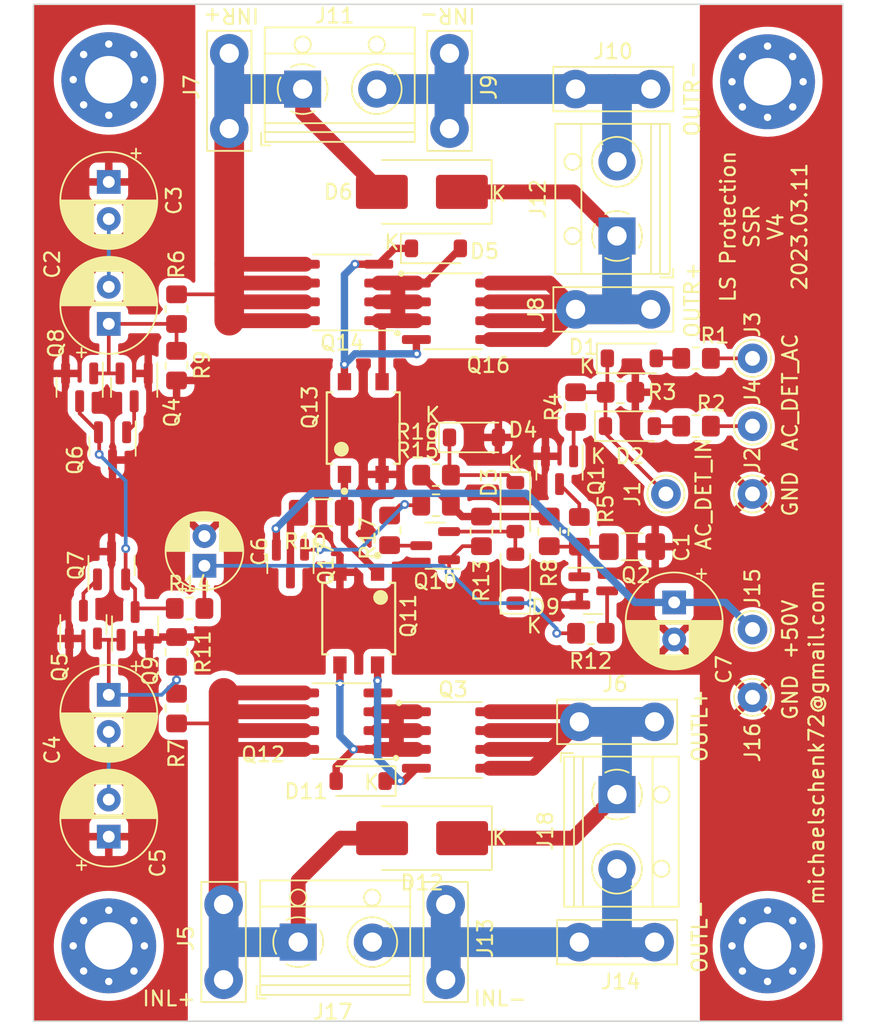
<source format=kicad_pcb>
(kicad_pcb (version 20221018) (generator pcbnew)
  (layers (0 "F.Cu" signal) (31 "B.Cu" signal) (34 "B.Paste" user) (35 "F.Paste" user) (36 "B.SilkS" user "B.Silkscreen") (37 "F.SilkS" user "F.Silkscreen") (38 "B.Mask" user) (39 "F.Mask" user) (44 "Edge.Cuts" user))
  (net 0 "")
  (net 1 "Net-(Q2-B)")
  (net 2 "Net-(Q4-E)")
  (net 3 "Net-(C2-Pad2)")
  (net 4 "Net-(Q5-E)")
  (net 5 "Net-(C4-Pad2)")
  (net 6 "GND")
  (net 7 "Net-(D9-K)")
  (net 8 "Net-(D1-K)")
  (net 9 "Net-(D1-A)")
  (net 10 "Net-(D2-A)")
  (net 11 "Net-(D3-K)")
  (net 12 "Net-(D3-A)")
  (net 13 "Net-(D11-K)")
  (net 14 "Net-(D11-A)")
  (net 15 "Net-(D12-A1)")
  (net 16 "Net-(J3-Pin_1)")
  (net 17 "Net-(J4-Pin_1)")
  (net 18 "INL+")
  (net 19 "INR+")
  (net 20 "Net-(D5-K)")
  (net 21 "Net-(J10-Pin_1)")
  (net 22 "Net-(J13-Pin_1)")
  (net 23 "Net-(J15-Pin_1)")
  (net 24 "Net-(Q1-B)")
  (net 25 "Net-(Q1-C)")
  (net 26 "Net-(Q2-C)")
  (net 27 "Net-(Q4-C)")
  (net 28 "Net-(Q5-C)")
  (net 29 "Net-(Q6-E)")
  (net 30 "Net-(Q10-C)")
  (net 31 "Net-(Q17-B)")
  (net 32 "Net-(Q17-C)")
  (net 33 "Net-(Q11-ANODE)")
  (net 34 "Net-(D5-A)")
  (net 35 "Net-(D6-A1)")
  (footprint "Resistor_SMD:R_0805_2012Metric_Pad1.20x1.40mm_HandSolder" (layer "F.Cu") (at 92.202 99.552 -90)
    (fp_text reference "R11")
    (fp_text value "22k")
  )
  (footprint "Diode_SMD:D_SOD-123" (layer "F.Cu") (at 112.268 85.09)
    (fp_text reference "D4")
    (fp_text value "MMSZ5245 (15V)")
  )
  (footprint "Resistor_SMD:R_0805_2012Metric_Pad1.20x1.40mm_HandSolder" (layer "F.Cu") (at 109.712 87.63)
    (fp_text reference "R16")
    (fp_text value "47k")
  )
  (footprint "Package_TO_SOT_SMD:SOT-23" (layer "F.Cu") (at 89.342 81.7095 -90)
    (fp_text reference "Q4")
    (fp_text value "MMBTA42")
  )
  (footprint "Resistor_SMD:R_0805_2012Metric_Pad1.20x1.40mm_HandSolder" (layer "F.Cu") (at 112.776 91.424 -90)
    (fp_text reference "R13")
    (fp_text value "220k")
  )
  (footprint "TerminalBlock_RND:TerminalBlock_RND_205-00012_1x02_P5.00mm_Horizontal" (layer "F.Cu") (at 121.92 71.501 90)
    (fp_text reference "J12")
    (fp_text value "OUTR")
  )
  (footprint "Resistor_SMD:R_0805_2012Metric_Pad1.20x1.40mm_HandSolder" (layer "F.Cu") (at 120.158 98.298)
    (fp_text reference "R12")
    (fp_text value "4.7k")
  )
  (footprint "Package_SO:SOIC-8_3.9x4.9mm_P1.27mm" (layer "F.Cu") (at 110.8598 76.581)
    (fp_text reference "Q16")
    (fp_text value "AOSP66920")
  )
  (footprint "kicad-snk:Vishay-VOM1271T-0-0-0" (layer "F.Cu") (at 104.8004 84.4558 90)
    (fp_text reference "Q13")
    (fp_text value "VOM1271T" hide)
  )
  (footprint "Diode_SMD:D_SOD-123" (layer "F.Cu") (at 109.7016 72.3392)
    (fp_text reference "D5")
    (fp_text value "MMSZ12T1G (12V)")
  )
  (footprint "Diode_SMD:D_SOD-123" (layer "F.Cu") (at 104.6236 108.264 180)
    (fp_text reference "D11")
    (fp_text value "MMSZ12T1G (12V)")
  )
  (footprint "kicad-snk:TE-726386-2_Pitch5.08mm_Drill1.3mm" (layer "F.Cu") (at 119.126 76.454)
    (fp_text reference "J8")
    (fp_text value "OUTR+")
  )
  (footprint "Diode_SMD:D_SMB_Handsoldering" (layer "F.Cu") (at 108.7552 68.5292 180)
    (fp_text reference "D6")
    (fp_text value "SMBJP6KE68CA")
  )
  (footprint "Resistor_SMD:R_0805_2012Metric_Pad1.20x1.40mm_HandSolder" (layer "F.Cu") (at 127.254 84.328 180)
    (fp_text reference "R2")
    (fp_text value "22k")
  )
  (footprint "Package_TO_SOT_SMD:SOT-23" (layer "F.Cu") (at 87.884 85.6765 -90)
    (fp_text reference "Q6")
    (fp_text value "MMBTA92")
  )
  (footprint "Resistor_SMD:R_0805_2012Metric_Pad1.20x1.40mm_HandSolder" (layer "F.Cu") (at 93.0816 96.6216)
    (fp_text reference "R14")
    (fp_text value "10R")
  )
  (footprint "Package_SO:SOIC-8_3.9x4.9mm_P1.27mm" (layer "F.Cu") (at 103.319 104.2254 180)
    (fp_text reference "Q12")
    (fp_text value "AOSP66920")
  )
  (footprint "Capacitor_THT:CP_Radial_D6.3mm_P2.50mm" (layer "F.Cu") (at 87.63 67.858 -90)
    (fp_text reference "C3")
    (fp_text value "47uF/50V")
  )
  (footprint "Connector_Pin:Pin_D1.0mm_L10.0mm" (layer "F.Cu") (at 131.064 88.9 -90)
    (fp_text reference "J2")
    (fp_text value "AC_DET_GND")
  )
  (footprint "kicad-snk:TE-726386-2_Pitch5.08mm_Drill1.3mm" (layer "F.Cu") (at 119.38 119.129055)
    (fp_text reference "J14")
    (fp_text value "OUTL-")
  )
  (footprint "Capacitor_THT:CP_Radial_D6.3mm_P2.50mm" (layer "F.Cu") (at 125.7808 96.2152 -90)
    (fp_text reference "C7")
    (fp_text value "10uF/100V")
  )
  (footprint "Connector_Pin:Pin_D1.0mm_L10.0mm" (layer "F.Cu") (at 131.064 84.328 90)
    (fp_text reference "J4")
    (fp_text value "AC_DET_AC")
  )
  (footprint "Package_TO_SOT_SMD:SOT-23" (layer "F.Cu") (at 99.888 93.5967 -90)
    (fp_text reference "Q17")
    (fp_text value "MMBTA92")
  )
  (footprint "Connector_Pin:Pin_D1.0mm_L10.0mm" (layer "F.Cu") (at 125.222 88.9 -90)
    (fp_text reference "J1")
    (fp_text value "AC_DET_IN")
  )
  (footprint "Resistor_SMD:R_0805_2012Metric_Pad1.20x1.40mm_HandSolder" (layer "F.Cu") (at 117.348 91.424 -90)
    (fp_text reference "R8")
    (fp_text value "100k")
  )
  (footprint "TerminalBlock_RND:TerminalBlock_RND_205-00012_1x02_P5.00mm_Horizontal" (layer "F.Cu") (at 100.711 61.595)
    (fp_text reference "J11")
    (fp_text value "INR")
  )
  (footprint "Connector_Pin:Pin_D1.0mm_L10.0mm" (layer "F.Cu") (at 131.064 79.756 -90)
    (fp_text reference "J3")
    (fp_text value "AC_DET_AC")
  )
  (footprint "Connector_Pin:Pin_D1.0mm_L10.0mm" (layer "F.Cu") (at 131.064 102.616)
    (fp_text reference "J16")
    (fp_text value "GND")
  )
  (footprint "Package_SO:SOIC-8_3.9x4.9mm_P1.27mm" (layer "F.Cu") (at 103.3698 75.311 180)
    (fp_text reference "Q14")
    (fp_text value "AOSP66920")
  )
  (footprint "Resistor_SMD:R_1206_3216Metric_Pad1.30x1.75mm_HandSolder" (layer "F.Cu") (at 101.9804 90.17)
    (fp_text reference "R10")
    (fp_text value "1.62k/2W")
  )
  (footprint "TerminalBlock_RND:TerminalBlock_RND_205-00012_1x02_P5.00mm_Horizontal" (layer "F.Cu") (at 121.92 109.176055 -90)
    (fp_text reference "J18")
    (fp_text value "OUTL")
  )
  (footprint "kicad-snk:TE-726386-2_Pitch5.08mm_Drill1.3mm" (layer "F.Cu") (at 110.363 121.666 90)
    (fp_text reference "J13")
    (fp_text value "INL-")
  )
  (footprint "Package_TO_SOT_SMD:SOT-23" (layer "F.Cu") (at 85.918 97.7115 90)
    (fp_text reference "Q5")
    (fp_text value "MMBTA42")
  )
  (footprint "MountingHole:MountingHole_3.2mm_M3_Pad_Via" (layer "F.Cu") (at 87.63 60.96)
    (fp_text reference "MK1" hide)
    (fp_text value "Mounting_Hole_PAD")
  )
  (footprint "Package_TO_SOT_SMD:SOT-23" (layer "F.Cu") (at 118.044 87.2975 -90)
    (fp_text reference "Q1")
    (fp_text value "MMBTA42")
  )
  (footprint "kicad-snk:TE-726386-2_Pitch5.08mm_Drill1.3mm" (layer "F.Cu") (at 119.126 61.595)
    (fp_text reference "J10")
    (fp_text value "OUTR-")
  )
  (footprint "Package_TO_SOT_SMD:SOT-23" (layer "F.Cu") (at 120.3175 95.438)
    (fp_text reference "Q2")
    (fp_text value "MMBTA42")
  )
  (footprint "TerminalBlock_RND:TerminalBlock_RND_205-00012_1x02_P5.00mm_Horizontal" (layer "F.Cu") (at 100.41 119.126)
    (fp_text reference "J17")
    (fp_text value "INL")
  )
  (footprint "Resistor_SMD:R_0805_2012Metric_Pad1.20x1.40mm_HandSolder" (layer "F.Cu") (at 92.202 76.438 -90)
    (fp_text reference "R6")
    (fp_text value "47k")
  )
  (footprint "kicad-snk:TE-726386-2_Pitch5.08mm_Drill1.3mm" (layer "F.Cu") (at 119.38 104.270055)
    (fp_text reference "J6")
    (fp_text value "OUTL+")
  )
  (footprint "MountingHole:MountingHole_3.2mm_M3_Pad_Via" (layer "F.Cu") (at 132.08 61.1)
    (fp_text reference "MK4" hide)
    (fp_text value "Mounting_Hole_PAD")
  )
  (footprint "Capacitor_THT:CP_Radial_D6.3mm_P2.50mm" (layer "F.Cu") (at 87.63 77.43 90)
    (fp_text reference "C2")
    (fp_text value "47uF/50V")
  )
  (footprint "Capacitor_THT:CP_Radial_D5.0mm_P2.00mm" (layer "F.Cu") (at 94.0816 93.7448 90)
    (fp_text reference "C6")
    (fp_text value "22uF/50V")
  )
  (footprint "Diode_SMD:D_SOD-123" (layer "F.Cu") (at 122.92 79.756)
    (fp_text reference "D1")
    (fp_text value "1N914")
  )
  (footprint "Resistor_SMD:R_0805_2012Metric_Pad1.20x1.40mm_HandSolder" (layer "F.Cu") (at 119.126 83.042 -90)
    (fp_text reference "R4")
    (fp_text value "100R")
  )
  (footprint "kicad-snk:TE-726386-2_Pitch5.08mm_Drill1.3mm" (layer "F.Cu") (at 95.758 64.262 90)
    (fp_text reference "J7")
    (fp_text value "INR+")
  )
  (footprint "Capacitor_SMD:C_1206_3216Metric_Pad1.33x1.80mm_HandSolder" (layer "F.Cu") (at 122.936 92.456)
    (fp_text reference "C1")
    (fp_text value "470nF")
  )
  (footprint "Diode_SMD:D_SOD-123" (layer "F.Cu") (at 115.062 94.616 90)
    (fp_text reference "D9")
    (fp_text value "MMSZ5232BT1G (5.6V)")
  )
  (footprint "Resistor_SMD:R_0805_2012Metric_Pad1.20x1.40mm_HandSolder" (layer "F.Cu") (at 119.38 91.456 90)
    (fp_text reference "R5")
    (fp_text value "100R")
  )
  (footprint "Connector_Pin:Pin_D1.0mm_L10.0mm" (layer "F.Cu") (at 131.064 98.044)
    (fp_text reference "J15")
    (fp_text value "+50V")
  )
  (footprint "Resistor_SMD:R_0805_2012Metric_Pad1.20x1.40mm_HandSolder" (layer "F.Cu") (at 122.158 82.042 180)
    (fp_text reference "R3")
    (fp_text value "10k")
  )
  (footprint "Resistor_SMD:R_0805_2012Metric_Pad1.20x1.40mm_HandSolder" (layer "F.Cu") (at 109.712 89.662 180)
    (fp_text reference "R15")
    (fp_text value "6.8k")
  )
  (footprint "Package_TO_SOT_SMD:SOT-23" (layer "F.Cu") (at 89.408 97.799863 90)
    (fp_text reference "Q9")
    (fp_text value "MMBTA42")
  )
  (footprint "Diode_SMD:D_SOD-123" (layer "F.Cu") (at 115.062 89.788 -90)
    (fp_text reference "D3")
    (fp_text value "1N914")
  )
  (footprint "kicad-snk:TE-726386-2_Pitch5.08mm_Drill1.3mm" (layer "F.Cu") (at 110.617 64.262 90)
    (fp_text reference "J9")
    (fp_text value "INR-")
  )
  (footprint "kicad-snk:TE-726386-2_Pitch5.08mm_Drill1.3mm" (layer "F.Cu") (at 95.377 121.666 90)
    (fp_text reference "J5")
    (fp_text value "INL+")
  )
  (footprint "Capacitor_THT:CP_Radial_D6.3mm_P2.50mm" (layer "F.Cu") (at 87.63 102.449621 -90)
    (fp_text reference "C4")
    (fp_text value "47uF/50V")
  )
  (footprint "Package_TO_SOT_SMD:SOT-23" (layer "F.Cu") (at 109.6495 92.39 180)
    (fp_text reference "Q10")
    (fp_text value "MMBTA42")
  )
  (footprint "Resistor_SMD:R_0805_2012Metric_Pad1.20x1.40mm_HandSolder" (layer "F.Cu") (at 106.5784 91.3544 -90)
    (fp_text reference "R17")
    (fp_text value "22k")
  )
  (footprint "Diode_SMD:D_SMB_Handsoldering" (layer "F.Cu") (at 108.7704 112.1156 180)
    (fp_text reference "D12")
    (fp_text value "SMBJP6KE68CA")
  )
  (footprint "Resistor_SMD:R_0805_2012Metric_Pad1.20x1.40mm_HandSolder" (layer "F.Cu") (at 92.202 103.378 90)
    (fp_text reference "R7")
    (fp_text value "47k")
  )
  (footprint "Resistor_SMD:R_0805_2012Metric_Pad1.20x1.40mm_HandSolder" (layer "F.Cu") (at 92.202 80.248 90)
    (fp_text reference "R9")
    (fp_text value "22k")
  )
  (footprint "Package_TO_SOT_SMD:SOT-23" (layer "F.Cu") (at 85.664 81.7095 -90)
    (fp_text reference "Q8")
    (fp_text value "MMBTA42")
  )
  (footprint "Package_SO:SOIC-8_3.9x4.9mm_P1.27mm" (layer "F.Cu") (at 110.8598 105.4954)
    (fp_text reference "Q3")
    (fp_text value "AOSP66920")
  )
  (footprint "Capacitor_THT:CP_Radial_D6.3mm_P2.50mm" (layer "F.Cu") (at 87.63 112.014001 90)
    (fp_text reference "C5")
    (fp_text value "47uF/50V")
  )
  (footprint "Resistor_SMD:R_0805_2012Metric_Pad1.20x1.40mm_HandSolder" (layer "F.Cu") (at 127.254 79.756 180)
    (fp_text reference "R1")
    (fp_text value "22k")
  )
  (footprint "Package_TO_SOT_SMD:SOT-23" (layer "F.Cu") (at 87.818 93.726 90)
    (fp_text reference "Q7")
    (fp_text value "MMBTA92")
  )
  (footprint "kicad-snk:Vishay-VOM1271T-0-0-0" (layer "F.Cu") (at 104.4956 97.3066 -90)
    (fp_text reference "Q11")
    (fp_text value "VOM1271T" hide)
  )
  (footprint "MountingHole:MountingHole_3.2mm_M3_Pad_Via" (layer "F.Cu") (at 132.08 119.38)
    (fp_text reference "MK3" hide)
    (fp_text value "Mounting_Hole_PAD")
  )
  (footprint "MountingHole:MountingHole_3.2mm_M3_Pad_Via" (layer "F.Cu") (at 87.63 119.38)
    (fp_text reference "MK2" hide)
    (fp_text value "Mounting_Hole_PAD")
  )
  (footprint "Diode_SMD:D_SOD-123" (layer "F.Cu") (at 122.792 84.328)
    (fp_text reference "D2")
    (fp_text value "1N914")
  )
  (gr_rect (start 82.55 55.88) (end 137.16 124.46) (stroke (width 0.1)) (fill none) (layer "Edge.Cuts"))
  (gr_text "K" (at 106.7308 71.9328) (layer "F.SilkS") (effects (font (size 1 1))))
  (gr_text "°" (at 106.8832 75.0316) (layer "F.SilkS") (effects (font (size 1 1)) (justify left bottom)))
  (gr_text "K" (at 113.9444 68.6816) (layer "F.SilkS") (effects (font (size 1 1))))
  (gr_text "INL-" (at 114.046 122.936) (layer "F.SilkS") (effects (font (size 1 1))))
  (gr_text "OUTL-" (at 127.508 118.748055 90) (layer "F.SilkS") (effects (font (size 1 1))))
  (gr_text "OUTR-" (at 127 62.23 90) (layer "F.SilkS") (effects (font (size 1 1))))
  (gr_text "+50V" (at 133.604 98.044 90) (layer "F.SilkS") (effects (font (size 1 1))))
  (gr_text "AC_DET_IN" (at 127.762 88.9 90) (layer "F.SilkS") (effects (font (size 1 1))))
  (gr_text "°" (at 106.5276 107.696) (layer "F.SilkS") (effects (font (size 1 1)) (justify left bottom)))
  (gr_text "OUTR+" (at 127 75.819 90) (layer "F.SilkS") (effects (font (size 1 1))))
  (gr_text "GND" (at 133.604 102.616 90) (layer "F.SilkS") (effects (font (size 1 1))))
  (gr_text "INR-" (at 110.49 56.642 180) (layer "F.SilkS") (effects (font (size 1 1))))
  (gr_text "K" (at 105.3592 108.3564) (layer "F.SilkS") (effects (font (size 1 1))))
  (gr_text "K" (at 109.474 83.566) (layer "F.SilkS") (effects (font (size 1 1))))
  (gr_text "AC_DET_AC" (at 133.604 82.042 90) (layer "F.SilkS") (effects (font (size 1 1))))
  (gr_text "°" (at 106.7308 103.9876) (layer "F.SilkS") (effects (font (size 1 1)) (justify left bottom)))
  (gr_text "LS Protection\nSSR\nV4\n2023.03.11" (at 131.826 70.866 90) (layer "F.SilkS") (effects (font (size 1 1))))
  (gr_text "K" (at 113.9952 112.0648) (layer "F.SilkS") (effects (font (size 1 1))))
  (gr_text "K" (at 116.332 97.79) (layer "F.SilkS") (effects (font (size 1 1))))
  (gr_text "K" (at 120.65 86.36) (layer "F.SilkS") (effects (font (size 1 1))))
  (gr_text "michaelschenk72@gmail.com" (at 135.382 105.664 90) (layer "F.SilkS") (effects (font (size 1 1))))
  (gr_text "INR+" (at 95.885 56.642 180) (layer "F.SilkS") (effects (font (size 1 1))))
  (gr_text "°" (at 106.6292 79.0448) (layer "F.SilkS") (effects (font (size 1 1)) (justify left bottom)))
  (gr_text "GND" (at 133.604 88.9 90) (layer "F.SilkS") (effects (font (size 1 1))))
  (gr_text "INL+" (at 91.694 122.936) (layer "F.SilkS") (effects (font (size 1 1))))
  (gr_text "K" (at 119.888 80.264) (layer "F.SilkS") (effects (font (size 1 1))))
  (gr_text "OUTL+" (at 127.508 104.524055 90) (layer "F.SilkS") (effects (font (size 1 1))))
  (gr_text "K" (at 115.062 86.868) (layer "F.SilkS") (effects (font (size 1 1))))
  (segment (start 119.38 92.456) (end 117.38 92.456) (width 0.25) (layer "F.Cu") (net 1))
  (segment (start 119.38 92.456) (end 121.3735 92.456) (width 0.25) (layer "F.Cu") (net 1))
  (segment (start 119.38 94.488) (end 119.38 92.456) (width 0.25) (layer "F.Cu") (net 1))
  (segment (start 88.392 80.772) (end 87.63 80.772) (width 0.25) (layer "F.Cu") (net 2))
  (segment (start 92.194 77.43) (end 87.63 77.43) (width 0.25) (layer "F.Cu") (net 2))
  (segment (start 87.63 77.43) (end 87.63 80.772) (width 0.25) (layer "F.Cu") (net 2))
  (segment (start 87.63 80.772) (end 86.614 80.772) (width 0.25) (layer "F.Cu") (net 2))
  (segment (start 92.202 77.438) (end 92.202 79.248) (width 0.25) (layer "F.Cu") (net 2))
  (segment (start 87.63 74.93) (end 87.63 70.358) (width 0.25) (layer "B.Cu") (net 3))
  (segment (start 87.63 102.449621) (end 87.63 98.806) (width 0.25) (layer "F.Cu") (net 4))
  (segment (start 87.561363 98.737363) (end 86.956363 98.737363) (width 0.25) (layer "F.Cu") (net 4))
  (segment (start 92.202 101.4476) (end 92.202 100.552) (width 0.25) (layer "F.Cu") (net 4))
  (segment (start 92.202 102.378) (end 92.202 101.4476) (width 0.25) (layer "F.Cu") (net 4))
  (segment (start 87.63 98.806) (end 87.561363 98.737363) (width 0.25) (layer "F.Cu") (net 4))
  (segment (start 88.458 98.737363) (end 87.561363 98.737363) (width 0.25) (layer "F.Cu") (net 4))
  (via (at 92.202 101.4476) (size 0.6) (drill 0.3) (layers "F.Cu" "B.Cu") (net 4))
  (segment (start 92.202 101.4476) (end 91.199979 102.449621) (width 0.25) (layer "B.Cu") (net 4))
  (segment (start 91.199979 102.449621) (end 87.63 102.449621) (width 0.25) (layer "B.Cu") (net 4))
  (segment (start 87.63 109.514001) (end 87.63 104.949621) (width 0.25) (layer "B.Cu") (net 5))
  (segment (start 119.158 98.298) (end 117.856 98.298) (width 0.25) (layer "F.Cu") (net 7))
  (segment (start 110.587 93.34) (end 111.503 92.424) (width 0.25) (layer "F.Cu") (net 7))
  (segment (start 111.503 92.424) (end 112.776 92.424) (width 0.25) (layer "F.Cu") (net 7))
  (segment (start 110.5916 94.1324) (end 110.5916 93.3446) (width 0.25) (layer "F.Cu") (net 7))
  (segment (start 94.0816 96.6216) (end 94.0816 93.7448) (width 0.25) (layer "F.Cu") (net 7))
  (segment (start 116.1288 96.266) (end 115.062 96.266) (width 0.25) (layer "F.Cu") (net 7))
  (via (at 117.856 98.298) (size 0.6) (drill 0.3) (layers "F.Cu" "B.Cu") (net 7))
  (via (at 110.5916 94.1324) (size 0.6) (drill 0.3) (layers "F.Cu" "B.Cu") (net 7))
  (via (at 116.1288 96.266) (size 0.6) (drill 0.3) (layers "F.Cu" "B.Cu") (net 7))
  (segment (start 116.1288 96.266) (end 112.7252 96.266) (width 0.25) (layer "B.Cu") (net 7))
  (segment (start 112.7252 96.266) (end 110.5916 94.1324) (width 0.25) (layer "B.Cu") (net 7))
  (segment (start 117.856 97.9932) (end 116.1288 96.266) (width 0.25) (layer "B.Cu") (net 7))
  (segment (start 110.204 93.7448) (end 110.5916 94.1324) (width 0.25) (layer "B.Cu") (net 7))
  (segment (start 94.0816 93.7448) (end 110.204 93.7448) (width 0.25) (layer "B.Cu") (net 7))
  (segment (start 117.856 98.298) (end 117.856 97.9932) (width 0.25) (layer "B.Cu") (net 7))
  (segment (start 121.142 84.82) (end 121.142 84.328) (width 0.25) (layer "F.Cu") (net 8))
  (segment (start 121.142 84.328) (end 121.142 82.058) (width 0.25) (layer "F.Cu") (net 8))
  (segment (start 121.158 82.042) (end 119.126 82.042) (width 0.25) (layer "F.Cu") (net 8))
  (segment (start 121.27 79.756) (end 121.27 81.93) (width 0.25) (layer "F.Cu") (net 8))
  (segment (start 125.222 88.9) (end 121.142 84.82) (width 0.25) (layer "F.Cu") (net 8))
  (segment (start 124.57 79.756) (end 126.254 79.756) (width 0.25) (layer "F.Cu") (net 9))
  (segment (start 124.442 84.328) (end 126.254 84.328) (width 0.25) (layer "F.Cu") (net 10))
  (segment (start 114.554 87.63) (end 115.062 88.138) (width 0.25) (layer "F.Cu") (net 11))
  (segment (start 110.618 87.536) (end 110.618 85.09) (width 0.25) (layer "F.Cu") (net 11))
  (segment (start 110.712 87.63) (end 114.554 87.63) (width 0.25) (layer "F.Cu") (net 11))
  (segment (start 115.062 91.438) (end 110.589 91.438) (width 0.25) (layer "F.Cu") (net 12))
  (segment (start 115.062 92.966) (end 115.062 91.438) (width 0.25) (layer "F.Cu") (net 12))
  (segment (start 107.2804 108.264) (end 107.2896 108.2548) (width 0.5) (layer "F.Cu") (net 13))
  (segment (start 107.2988 108.264) (end 107.5212 108.264) (width 0.5) (layer "F.Cu") (net 13))
  (segment (start 107.2896 108.2548) (end 107.2988 108.264) (width 0.5) (layer "F.Cu") (net 13))
  (segment (start 106.2736 108.264) (end 107.2804 108.264) (width 0.5) (layer "F.Cu") (net 13))
  (segment (start 107.5212 108.264) (end 108.3848 107.4004) (width 0.5) (layer "F.Cu") (net 13))
  (segment (start 105.7656 101.4984) (end 105.7656 102.292) (width 0.5) (layer "F.Cu") (net 13))
  (segment (start 105.7656 100.4316) (end 105.7656 101.4984) (width 0.5) (layer "F.Cu") (net 13))
  (via (at 107.2896 108.2548) (size 0.6) (drill 0.3) (layers "F.Cu" "B.Cu") (net 13))
  (via (at 105.7656 101.4984) (size 0.6) (drill 0.3) (layers "F.Cu" "B.Cu") (net 13))
  (segment (start 105.7656 101.4984) (end 105.7656 106.7308) (width 0.5) (layer "B.Cu") (net 13))
  (segment (start 105.7656 106.7308) (end 107.2896 108.2548) (width 0.5) (layer "B.Cu") (net 13))
  (segment (start 107.0356 103.5904) (end 107.0356 106.1304) (width 1) (layer "F.Cu") (net 14))
  (segment (start 107.0356 106.1304) (end 108.3848 106.1304) (width 1) (layer "F.Cu") (net 14))
  (segment (start 104.14 106.1212) (end 105.7848 106.1212) (width 0.5) (layer "F.Cu") (net 14))
  (segment (start 102.9736 108.264) (end 102.9736 107.2876) (width 0.5) (layer "F.Cu") (net 14))
  (segment (start 107.0356 103.5904) (end 108.3848 103.5904) (width 1) (layer "F.Cu") (net 14))
  (segment (start 102.9736 107.2876) (end 104.14 106.1212) (width 0.5) (layer "F.Cu") (net 14))
  (segment (start 105.794 106.1304) (end 107.0356 106.1304) (width 1) (layer "F.Cu") (net 14))
  (segment (start 103.2256 100.4316) (end 103.2256 101.7016) (width 0.5) (layer "F.Cu") (net 14))
  (segment (start 105.794 103.5904) (end 107.0356 103.5904) (width 1) (layer "F.Cu") (net 14))
  (segment (start 105.794 104.8604) (end 108.3848 104.8604) (width 1) (layer "F.Cu") (net 14))
  (via (at 104.14 106.1212) (size 0.6) (drill 0.3) (layers "F.Cu" "B.Cu") (net 14))
  (via (at 103.2256 101.7016) (size 0.6) (drill 0.3) (layers "F.Cu" "B.Cu") (net 14))
  (segment (start 103.2256 101.7016) (end 103.2256 105.2068) (width 0.5) (layer "B.Cu") (net 14))
  (segment (start 103.2256 105.2068) (end 104.14 106.1212) (width 0.5) (layer "B.Cu") (net 14))
  (segment (start 118.9736 112.1156) (end 111.4704 112.1156) (width 1) (layer "F.Cu") (net 15))
  (segment (start 119.38 104.270055) (end 121.92 104.270055) (width 2) (layer "F.Cu") (net 15))
  (segment (start 113.3348 104.8604) (end 118.789655 104.8604) (width 1) (layer "F.Cu") (net 15))
  (segment (start 113.3348 103.5904) (end 118.700345 103.5904) (width 1) (layer "F.Cu") (net 15))
  (segment (start 117.519655 106.1304) (end 119.38 104.270055) (width 1) (layer "F.Cu") (net 15))
  (segment (start 121.92 104.270055) (end 124.46 104.270055) (width 2) (layer "F.Cu") (net 15))
  (segment (start 121.92 109.176055) (end 121.92 104.270055) (width 2) (layer "F.Cu") (net 15))
  (segment (start 113.3348 106.1304) (end 117.519655 106.1304) (width 1) (layer "F.Cu") (net 15))
  (segment (start 113.3348 107.4004) (end 116.249655 107.4004) (width 1) (layer "F.Cu") (net 15))
  (segment (start 116.249655 107.4004) (end 119.38 104.270055) (width 1) (layer "F.Cu") (net 15))
  (segment (start 118.789655 104.8604) (end 119.38 104.270055) (width 1) (layer "F.Cu") (net 15))
  (segment (start 121.913145 109.176055) (end 118.9736 112.1156) (width 1) (layer "F.Cu") (net 15))
  (segment (start 118.700345 103.5904) (end 119.38 104.270055) (width 1) (layer "F.Cu") (net 15))
  (segment (start 121.92 104.394) (end 121.796055 104.270055) (width 2) (layer "B.Cu") (net 15))
  (segment (start 121.92 109.176055) (end 121.92 104.394) (width 2) (layer "B.Cu") (net 15))
  (segment (start 119.38 104.270055) (end 121.796055 104.270055) (width 2) (layer "B.Cu") (net 15))
  (segment (start 121.796055 104.270055) (end 124.46 104.270055) (width 2) (layer "B.Cu") (net 15))
  (segment (start 128.254 79.756) (end 131.064 79.756) (width 0.25) (layer "F.Cu") (net 16))
  (segment (start 128.254 84.328) (end 131.064 84.328) (width 0.25) (layer "F.Cu") (net 17))
  (segment (start 100.844 103.5904) (end 95.3862 103.5904) (width 1) (layer "F.Cu") (net 18))
  (segment (start 95.3862 103.5904) (end 95.377 103.5812) (width 1) (layer "F.Cu") (net 18))
  (segment (start 95.377 102.3296) (end 95.377 104.3432) (width 2) (layer "F.Cu") (net 18))
  (segment (start 100.844 106.1304) (end 95.4186 106.1304) (width 1) (layer "F.Cu") (net 18))
  (segment (start 95.377 104.3432) (end 95.377 116.586) (width 2) (layer "F.Cu") (net 18))
  (segment (start 95.3422 104.378) (end 95.377 104.3432) (width 0.25) (layer "F.Cu") (net 18))
  (segment (start 100.844 104.8604) (end 95.4186 104.8604) (width 1) (layer "F.Cu") (net 18))
  (segment (start 95.377 118.872) (end 95.377 121.666) (width 2) (layer "F.Cu") (net 18))
  (segment (start 100.41 114.982) (end 103.2764 112.1156) (width 1) (layer "F.Cu") (net 18))
  (segment (start 100.41 119.126) (end 100.41 114.982) (width 1) (layer "F.Cu") (net 18))
  (segment (start 103.2764 112.1156) (end 106.0704 112.1156) (width 1) (layer "F.Cu") (net 18))
  (segment (start 92.202 104.378) (end 95.3422 104.378) (width 0.25) (layer "F.Cu") (net 18))
  (segment (start 100.844 102.3204) (end 95.3862 102.3204) (width 1) (layer "F.Cu") (net 18))
  (segment (start 95.3862 102.3204) (end 95.377 102.3296) (width 2) (layer "F.Cu") (net 18))
  (segment (start 100.41 119.126) (end 95.631 119.126) (width 2) (layer "F.Cu") (net 18))
  (segment (start 95.631 119.126) (end 95.377 118.872) (width 2) (layer "F.Cu") (net 18))
  (segment (start 95.377 116.586) (end 95.377 118.872) (width 2) (layer "F.Cu") (net 18))
  (segment (start 95.377 119.634) (end 95.377 121.666) (width 2) (layer "B.Cu") (net 18))
  (segment (start 95.885 119.126) (end 95.377 119.634) (width 2) (layer "B.Cu") (net 18))
  (segment (start 95.377 116.586) (end 95.377 119.634) (width 2) (layer "B.Cu") (net 18))
  (segment (start 100.41 119.126) (end 95.885 119.126) (width 2) (layer "B.Cu") (net 18))
  (segment (start 95.758 64.262) (end 95.758 61.5696) (width 2) (layer "F.Cu") (net 19))
  (segment (start 100.8948 75.946) (end 95.758 75.946) (width 1) (layer "F.Cu") (net 19))
  (segment (start 100.8948 77.216) (end 95.758 77.216) (width 1) (layer "F.Cu") (net 19))
  (segment (start 92.202 75.438) (end 95.0468 75.438) (width 0.25) (layer "F.Cu") (net 19))
  (segment (start 100.711 61.595) (end 100.711 63.185) (width 1) (layer "F.Cu") (net 19))
  (segment (start 100.8948 73.406) (end 95.758 73.406) (width 1) (layer "F.Cu") (net 19))
  (segment (start 100.8948 74.676) (end 95.8088 74.676) (width 1) (layer "F.Cu") (net 19))
  (segment (start 95.758 64.262) (end 95.758 73.406) (width 2) (layer "F.Cu") (net 19))
  (segment (start 95.758 61.5696) (end 95.758 59.182) (width 2) (layer "F.Cu") (net 19))
  (segment (start 95.7834 61.595) (end 95.758 61.5696) (width 2) (layer "F.Cu") (net 19))
  (segment (start 100.711 61.595) (end 95.7834 61.595) (width 2) (layer "F.Cu") (net 19))
  (segment (start 95.758 75.946) (end 95.758 77.216) (width 2) (layer "F.Cu") (net 19))
  (segment (start 95.758 73.406) (end 95.758 74.7268) (width 2) (layer "F.Cu") (net 19))
  (segment (start 100.711 63.185) (end 106.0552 68.5292) (width 1) (layer "F.Cu") (net 19))
  (segment (start 95.758 74.7268) (end 95.758 75.946) (width 2) (layer "F.Cu") (net 19))
  (segment (start 95.8088 74.676) (end 95.758 74.7268) (width 1) (layer "F.Cu") (net 19))
  (segment (start 95.0468 75.438) (end 95.758 74.7268) (width 0.25) (layer "F.Cu") (net 19))
  (segment (start 95.885 61.595) (end 95.758 61.468) (width 2) (layer "B.Cu") (net 19))
  (segment (start 95.758 64.262) (end 95.758 61.468) (width 2) (layer "B.Cu") (net 19))
  (segment (start 95.758 61.468) (end 95.758 59.182) (width 2) (layer "B.Cu") (net 19))
  (segment (start 100.711 61.595) (end 95.885 61.595) (width 2) (layer "B.Cu") (net 19))
  (segment (start 103.5304 81.3308) (end 103.5304 80.1624) (width 0.5) (layer "F.Cu") (net 20))
  (segment (start 106.9116 72.3392) (end 105.8448 73.406) (width 0.5) (layer "F.Cu") (net 20))
  (segment (start 108.3848 79.4288) (end 108.4072 79.4512) (width 0.5) (layer "F.Cu") (net 20))
  (segment (start 108.3848 78.486) (end 108.3848 79.4288) (width 0.5) (layer "F.Cu") (net 20))
  (segment (start 104.2416 73.406) (end 105.8448 73.406) (width 0.5) (layer "F.Cu") (net 20))
  (segment (start 108.0516 72.3392) (end 106.9116 72.3392) (width 0.5) (layer "F.Cu") (net 20))
  (via (at 103.5304 80.1624) (size 0.6) (drill 0.3) (layers "F.Cu" "B.Cu") (net 20))
  (via (at 104.2416 73.406) (size 0.6) (drill 0.3) (layers "F.Cu" "B.Cu") (net 20))
  (via (at 108.4072 79.4512) (size 0.6) (drill 0.3) (layers "F.Cu" "B.Cu") (net 20))
  (segment (start 108.4072 79.4512) (end 104.2416 79.4512) (width 0.5) (layer "B.Cu") (net 20))
  (segment (start 103.5304 80.1624) (end 103.5304 74.1172) (width 0.5) (layer "B.Cu") (net 20))
  (segment (start 104.2416 79.4512) (end 103.5304 80.1624) (width 0.5) (layer "B.Cu") (net 20))
  (segment (start 103.5304 74.1172) (end 104.2416 73.406) (width 0.5) (layer "B.Cu") (net 20))
  (segment (start 105.711 61.595) (end 119.126 61.595) (width 2) (layer "F.Cu") (net 21))
  (segment (start 110.617 64.262) (end 110.617 59.182) (width 2) (layer "F.Cu") (net 21))
  (segment (start 124.206 61.595) (end 121.7676 61.595) (width 2) (layer "F.Cu") (net 21))
  (segment (start 121.92 66.501) (end 121.92 61.7474) (width 2) (layer "F.Cu") (net 21))
  (segment (start 121.7676 61.595) (end 119.126 61.595) (width 2) (layer "F.Cu") (net 21))
  (segment (start 121.92 61.7474) (end 121.7676 61.595) (width 2) (layer "F.Cu") (net 21))
  (segment (start 119.126 61.595) (end 110.998 61.595) (width 2) (layer "B.Cu") (net 21))
  (segment (start 105.711 61.595) (end 110.998 61.595) (width 2) (layer "B.Cu") (net 21))
  (segment (start 110.617 59.182) (end 110.617 61.976) (width 2) (layer "B.Cu") (net 21))
  (segment (start 121.92 66.501) (end 121.92 62.103) (width 2) (layer "B.Cu") (net 21))
  (segment (start 121.92 62.103) (end 121.412 61.595) (width 2) (layer "B.Cu") (net 21))
  (segment (start 110.617 61.976) (end 110.617 64.262) (width 2) (layer "B.Cu") (net 21))
  (segment (start 119.126 61.595) (end 121.412 61.595) (width 2) (layer "B.Cu") (net 21))
  (segment (start 110.998 61.595) (end 110.617 61.976) (width 2) (layer "B.Cu") (net 21))
  (segment (start 121.412 61.595) (end 124.206 61.595) (width 2) (layer "B.Cu") (net 21))
  (segment (start 119.38 119.129055) (end 121.92 119.129055) (width 2) (layer "F.Cu") (net 22))
  (segment (start 121.92 119.129055) (end 124.46 119.129055) (width 2) (layer "F.Cu") (net 22))
  (segment (start 105.41 119.126) (end 119.376945 119.126) (width 2) (layer "F.Cu") (net 22))
  (segment (start 121.92 114.176055) (end 121.92 119.129055) (width 2) (layer "F.Cu") (net 22))
  (segment (start 110.363 116.586) (end 110.363 121.666) (width 2) (layer "F.Cu") (net 22))
  (segment (start 122.555 119.129055) (end 119.38 119.129055) (width 2) (layer "B.Cu") (net 22))
  (segment (start 124.46 119.129055) (end 122.555 119.129055) (width 2) (layer "B.Cu") (net 22))
  (segment (start 110.366055 119.129055) (end 110.363 119.126) (width 2) (layer "B.Cu") (net 22))
  (segment (start 110.363 121.666) (end 110.363 119.126) (width 2) (layer "B.Cu") (net 22))
  (segment (start 119.38 119.129055) (end 110.366055 119.129055) (width 2) (layer "B.Cu") (net 22))
  (segment (start 121.92 114.176055) (end 121.92 118.494055) (width 2) (layer "B.Cu") (net 22))
  (segment (start 121.92 118.494055) (end 122.555 119.129055) (width 2) (layer "B.Cu") (net 22))
  (segment (start 110.363 119.126) (end 110.363 116.586) (width 2) (layer "B.Cu") (net 22))
  (segment (start 105.41 119.126) (end 110.363 119.126) (width 2) (layer "B.Cu") (net 22))
  (segment (start 111.474 90.424) (end 110.712 89.662) (width 0.5) (layer "F.Cu") (net 23))
  (segment (start 112.776 90.424) (end 111.474 90.424) (width 0.5) (layer "F.Cu") (net 23))
  (segment (start 98.938 91.2672) (end 98.9076 91.2368) (width 0.5) (layer "F.Cu") (net 23))
  (segment (start 117.348 90.424) (end 112.776 90.424) (width 0.5) (layer "F.Cu") (net 23))
  (segment (start 110.712 89.63) (end 108.712 87.63) (width 0.5) (layer "F.Cu") (net 23))
  (segment (start 98.938 92.6592) (end 98.938 91.2672) (width 0.5) (layer "F.Cu") (net 23))
  (segment (start 118.364 91.44) (end 117.348 90.424) (width 0.5) (layer "F.Cu") (net 23))
  (via (at 98.9076 91.2368) (size 0.6) (drill 0.3) (layers "F.Cu" "B.Cu") (net 23))
  (via (at 118.364 91.44) (size 0.6) (drill 0.3) (layers "F.Cu" "B.Cu") (net 23))
  (segment (start 125.7808 96.2152) (end 123.1392 96.2152) (width 0.5) (layer "B.Cu") (net 23))
  (segment (start 115.7852 88.8612) (end 118.364 91.44) (width 0.5) (layer "B.Cu") (net 23))
  (segment (start 123.1392 96.2152) (end 118.364 91.44) (width 0.5) (layer "B.Cu") (net 23))
  (segment (start 101.2832 88.8612) (end 115.7852 88.8612) (width 0.5) (layer "B.Cu") (net 23))
  (segment (start 131.064 98.044) (end 129.2352 96.2152) (width 0.5) (layer "B.Cu") (net 23))
  (segment (start 129.2352 96.2152) (end 125.7808 96.2152) (width 0.5) (layer "B.Cu") (net 23))
  (segment (start 98.9076 91.2368) (end 101.2832 88.8612) (width 0.5) (layer "B.Cu") (net 23))
  (segment (start 118.994 86.36) (end 118.994 84.174) (width 0.25) (layer "F.Cu") (net 24))
  (segment (start 119.38 89.571) (end 118.044 88.235) (width 0.25) (layer "F.Cu") (net 25))
  (segment (start 119.38 90.456) (end 119.38 89.571) (width 0.25) (layer "F.Cu") (net 25))
  (segment (start 121.255 95.438) (end 121.255 98.201) (width 0.25) (layer "F.Cu") (net 26))
  (segment (start 89.342 82.647) (end 89.342 84.231) (width 0.25) (layer "F.Cu") (net 27))
  (segment (start 89.342 84.231) (end 88.834 84.739) (width 0.25) (layer "F.Cu") (net 27))
  (segment (start 85.918 95.6135) (end 86.868 94.6635) (width 0.25) (layer "F.Cu") (net 28))
  (segment (start 85.918 96.774) (end 85.918 95.6135) (width 0.25) (layer "F.Cu") (net 28))
  (segment (start 89.408 95.3035) (end 88.768 94.6635) (width 0.25) (layer "F.Cu") (net 29))
  (segment (start 85.664 83.469) (end 86.934 84.739) (width 0.25) (layer "F.Cu") (net 29))
  (segment (start 89.648763 96.6216) (end 89.408 96.862363) (width 0.25) (layer "F.Cu") (net 29))
  (segment (start 86.9845 86.233) (end 86.9845 84.7895) (width 0.25) (layer "F.Cu") (net 29))
  (segment (start 88.768 94.6635) (end 88.768 92.588) (width 0.25) (layer "F.Cu") (net 29))
  (segment (start 88.768 92.588) (end 88.773 92.583) (width 0.25) (layer "F.Cu") (net 29))
  (segment (start 92.0816 96.6216) (end 89.648763 96.6216) (width 0.25) (layer "F.Cu") (net 29))
  (segment (start 89.408 96.862363) (end 89.408 95.3035) (width 0.25) (layer "F.Cu") (net 29))
  (segment (start 85.664 82.647) (end 85.664 83.469) (width 0.25) (layer "F.Cu") (net 29))
  (via (at 86.9845 86.233) (size 0.6) (drill 0.3) (layers "F.Cu" "B.Cu") (net 29))
  (via (at 88.773 92.583) (size 0.6) (drill 0.3) (layers "F.Cu" "B.Cu") (net 29))
  (segment (start 88.773 92.583) (end 88.773 88.0215) (width 0.25) (layer "B.Cu") (net 29))
  (segment (start 88.773 88.0215) (end 86.9845 86.233) (width 0.25) (layer "B.Cu") (net 29))
  (segment (start 108.712 92.39) (end 106.614 92.39) (width 0.25) (layer "F.Cu") (net 30))
  (segment (start 107.6452 89.662) (end 107.5944 89.6112) (width 0.25) (layer "F.Cu") (net 31))
  (segment (start 108.712 89.662) (end 107.6452 89.662) (width 0.25) (layer "F.Cu") (net 31))
  (segment (start 107.5436 89.662) (end 107.2708 89.662) (width 0.25) (layer "F.Cu") (net 31))
  (segment (start 107.5944 89.6112) (end 107.5436 89.662) (width 0.25) (layer "F.Cu") (net 31))
  (segment (start 100.838 92.6592) (end 101.854 92.6592) (width 0.25) (layer "F.Cu") (net 31))
  (segment (start 107.2708 89.662) (end 106.5784 90.3544) (width 0.25) (layer "F.Cu") (net 31))
  (via (at 107.5944 89.6112) (size 0.6) (drill 0.3) (layers "F.Cu" "B.Cu") (net 31))
  (via (at 101.854 92.6592) (size 0.6) (drill 0.3) (layers "F.Cu" "B.Cu") (net 31))
  (segment (start 104.5464 92.6592) (end 107.5944 89.6112) (width 0.25) (layer "B.Cu") (net 31))
  (segment (start 101.854 92.6592) (end 104.5464 92.6592) (width 0.25) (layer "B.Cu") (net 31))
  (segment (start 99.888 90.7124) (end 100.4304 90.17) (width 0.5) (layer "F.Cu") (net 32))
  (segment (start 99.888 94.5342) (end 99.888 90.7124) (width 0.5) (layer "F.Cu") (net 32))
  (segment (start 103.5304 90.17) (end 103.5304 91.9464) (width 0.5) (layer "F.Cu") (net 33))
  (segment (start 103.5304 90.17) (end 103.5304 87.5808) (width 0.5) (layer "F.Cu") (net 33))
  (segment (start 103.5304 91.9464) (end 105.7656 94.1816) (width 0.5) (layer "F.Cu") (net 33))
  (segment (start 108.3848 77.216) (end 107.0864 77.216) (width 1) (layer "F.Cu") (net 34))
  (segment (start 108.3848 74.676) (end 107.1372 74.676) (width 1) (layer "F.Cu") (net 34))
  (segment (start 107.1372 74.676) (end 105.8448 74.676) (width 1) (layer "F.Cu") (net 34))
  (segment (start 108.3848 75.946) (end 105.8448 75.946) (width 1) (layer "F.Cu") (net 34))
  (segment (start 107.0864 77.216) (end 105.8448 77.216) (width 1) (layer "F.Cu") (net 34))
  (segment (start 109.0148 74.676) (end 111.3516 72.3392) (width 0.5) (layer "F.Cu") (net 34))
  (segment (start 106.0704 77.4416) (end 105.8448 77.216) (width 0.5) (layer "F.Cu") (net 34))
  (segment (start 107.1372 74.676) (end 107.1372 77.1652) (width 1) (layer "F.Cu") (net 34))
  (segment (start 106.0704 81.3308) (end 106.0704 77.4416) (width 0.5) (layer "F.Cu") (net 34))
  (segment (start 107.1372 77.1652) (end 107.0864 77.216) (width 1) (layer "F.Cu") (net 34))
  (segment (start 117.348 74.676) (end 119.126 76.454) (width 1) (layer "F.Cu") (net 35))
  (segment (start 117.094 78.486) (end 119.126 76.454) (width 1) (layer "F.Cu") (net 35))
  (segment (start 113.3348 77.216) (end 118.364 77.216) (width 1) (layer "F.Cu") (net 35))
  (segment (start 113.3348 78.486) (end 117.094 78.486) (width 1) (layer "F.Cu") (net 35))
  (segment (start 118.364 77.216) (end 119.126 76.454) (width 1) (layer "F.Cu") (net 35))
  (segment (start 121.92 71.501) (end 121.92 76.2508) (width 2) (layer "F.Cu") (net 35))
  (segment (start 118.9736 68.5292) (end 111.4552 68.5292) (width 1) (layer "F.Cu") (net 35))
  (segment (start 119.126 76.454) (end 122.1232 76.454) (width 2) (layer "F.Cu") (net 35))
  (segment (start 121.92 76.2508) (end 122.1232 76.454) (width 2) (layer "F.Cu") (net 35))
  (segment (start 113.3348 75.946) (end 118.618 75.946) (width 1) (layer "F.Cu") (net 35))
  (segment (start 113.3348 74.676) (end 117.348 74.676) (width 1) (layer "F.Cu") (net 35))
  (segment (start 122.1232 76.454) (end 124.206 76.454) (width 2) (layer "F.Cu") (net 35))
  (segment (start 121.92 71.4756) (end 118.9736 68.5292) (width 1) (layer "F.Cu") (net 35))
  (segment (start 124.206 76.454) (end 121.92 76.454) (width 2) (layer "B.Cu") (net 35))
  (segment (start 121.92 76.454) (end 119.126 76.454) (width 2) (layer "B.Cu") (net 35))
  (segment (start 121.92 71.501) (end 121.92 76.454) (width 2) (layer "B.Cu") (net 35))
  (zone (net 6) (net_name "GND") (layer "F.Cu") (connect_pads (clearance 0.508)) (min_thickness 0.254) (fill yes (thermal_gap 0.508) (thermal_bridge_width 0.508))
    (polygon (pts (xy 137.16 124.46) (xy 82.55 124.46) (xy 82.55 55.88) (xy 137.16 55.88)))
  )
  (zone (net 0) (net_name "") (layer "F.Cu") (connect_pads (clearance 0)) (min_thickness 0.25)
    (keepout (tracks allowed) (vias allowed) (pads allowed) (copperpour not_allowed) (footprints allowed))
    (fill (thermal_gap 0.5) (thermal_bridge_width 0.5))
    (polygon (pts (xy 92.964 124.46) (xy 92.964 101.092) (xy 127.508 101.092) (xy 127.508 124.46)))
  )
  (zone (net 0) (net_name "") (layer "F.Cu") (connect_pads (clearance 0)) (min_thickness 0.25)
    (keepout (tracks allowed) (vias allowed) (pads allowed) (copperpour not_allowed) (footprints allowed))
    (fill (thermal_gap 0.5) (thermal_bridge_width 0.5))
    (polygon (pts (xy 93.472 79.756) (xy 93.472 55.88) (xy 127.508 55.88) (xy 127.508 79.756)))
  )
)
</source>
